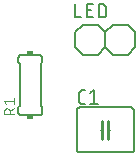
<source format=gbr>
G04 EAGLE Gerber RS-274X export*
G75*
%MOMM*%
%FSLAX34Y34*%
%LPD*%
%INSilkscreen Top*%
%IPPOS*%
%AMOC8*
5,1,8,0,0,1.08239X$1,22.5*%
G01*
%ADD10C,0.152400*%
%ADD11C,0.254000*%
%ADD12C,0.127000*%
%ADD13R,0.508000X0.381000*%
%ADD14C,0.101600*%


D10*
X80010Y57150D02*
X123190Y57150D01*
X123190Y19050D02*
X80010Y19050D01*
X125730Y21590D02*
X125730Y54610D01*
X77470Y54610D02*
X77470Y21590D01*
X123190Y57150D02*
X123290Y57148D01*
X123389Y57142D01*
X123489Y57132D01*
X123587Y57119D01*
X123686Y57101D01*
X123783Y57080D01*
X123879Y57055D01*
X123975Y57026D01*
X124069Y56993D01*
X124162Y56957D01*
X124253Y56917D01*
X124343Y56873D01*
X124431Y56826D01*
X124517Y56776D01*
X124601Y56722D01*
X124683Y56665D01*
X124762Y56605D01*
X124840Y56541D01*
X124914Y56475D01*
X124986Y56406D01*
X125055Y56334D01*
X125121Y56260D01*
X125185Y56182D01*
X125245Y56103D01*
X125302Y56021D01*
X125356Y55937D01*
X125406Y55851D01*
X125453Y55763D01*
X125497Y55673D01*
X125537Y55582D01*
X125573Y55489D01*
X125606Y55395D01*
X125635Y55299D01*
X125660Y55203D01*
X125681Y55106D01*
X125699Y55007D01*
X125712Y54909D01*
X125722Y54809D01*
X125728Y54710D01*
X125730Y54610D01*
X80010Y57150D02*
X79910Y57148D01*
X79811Y57142D01*
X79711Y57132D01*
X79613Y57119D01*
X79514Y57101D01*
X79417Y57080D01*
X79321Y57055D01*
X79225Y57026D01*
X79131Y56993D01*
X79038Y56957D01*
X78947Y56917D01*
X78857Y56873D01*
X78769Y56826D01*
X78683Y56776D01*
X78599Y56722D01*
X78517Y56665D01*
X78438Y56605D01*
X78360Y56541D01*
X78286Y56475D01*
X78214Y56406D01*
X78145Y56334D01*
X78079Y56260D01*
X78015Y56182D01*
X77955Y56103D01*
X77898Y56021D01*
X77844Y55937D01*
X77794Y55851D01*
X77747Y55763D01*
X77703Y55673D01*
X77663Y55582D01*
X77627Y55489D01*
X77594Y55395D01*
X77565Y55299D01*
X77540Y55203D01*
X77519Y55106D01*
X77501Y55007D01*
X77488Y54909D01*
X77478Y54809D01*
X77472Y54710D01*
X77470Y54610D01*
X123190Y19050D02*
X123290Y19052D01*
X123389Y19058D01*
X123489Y19068D01*
X123587Y19081D01*
X123686Y19099D01*
X123783Y19120D01*
X123879Y19145D01*
X123975Y19174D01*
X124069Y19207D01*
X124162Y19243D01*
X124253Y19283D01*
X124343Y19327D01*
X124431Y19374D01*
X124517Y19424D01*
X124601Y19478D01*
X124683Y19535D01*
X124762Y19595D01*
X124840Y19659D01*
X124914Y19725D01*
X124986Y19794D01*
X125055Y19866D01*
X125121Y19940D01*
X125185Y20018D01*
X125245Y20097D01*
X125302Y20179D01*
X125356Y20263D01*
X125406Y20349D01*
X125453Y20437D01*
X125497Y20527D01*
X125537Y20618D01*
X125573Y20711D01*
X125606Y20805D01*
X125635Y20901D01*
X125660Y20997D01*
X125681Y21094D01*
X125699Y21193D01*
X125712Y21291D01*
X125722Y21391D01*
X125728Y21490D01*
X125730Y21590D01*
X80010Y19050D02*
X79910Y19052D01*
X79811Y19058D01*
X79711Y19068D01*
X79613Y19081D01*
X79514Y19099D01*
X79417Y19120D01*
X79321Y19145D01*
X79225Y19174D01*
X79131Y19207D01*
X79038Y19243D01*
X78947Y19283D01*
X78857Y19327D01*
X78769Y19374D01*
X78683Y19424D01*
X78599Y19478D01*
X78517Y19535D01*
X78438Y19595D01*
X78360Y19659D01*
X78286Y19725D01*
X78214Y19794D01*
X78145Y19866D01*
X78079Y19940D01*
X78015Y20018D01*
X77955Y20097D01*
X77898Y20179D01*
X77844Y20263D01*
X77794Y20349D01*
X77747Y20437D01*
X77703Y20527D01*
X77663Y20618D01*
X77627Y20711D01*
X77594Y20805D01*
X77565Y20901D01*
X77540Y20997D01*
X77519Y21094D01*
X77501Y21193D01*
X77488Y21291D01*
X77478Y21391D01*
X77472Y21490D01*
X77470Y21590D01*
X104140Y38100D02*
X105410Y38100D01*
D11*
X104140Y38100D02*
X104140Y45720D01*
X104140Y38100D02*
X104140Y30480D01*
X99060Y38100D02*
X99060Y45720D01*
X99060Y38100D02*
X99060Y30480D01*
D10*
X99060Y38100D02*
X97790Y38100D01*
D12*
X84455Y60325D02*
X81915Y60325D01*
X81815Y60327D01*
X81716Y60333D01*
X81616Y60343D01*
X81518Y60356D01*
X81419Y60374D01*
X81322Y60395D01*
X81226Y60420D01*
X81130Y60449D01*
X81036Y60482D01*
X80943Y60518D01*
X80852Y60558D01*
X80762Y60602D01*
X80674Y60649D01*
X80588Y60699D01*
X80504Y60753D01*
X80422Y60810D01*
X80343Y60870D01*
X80265Y60934D01*
X80191Y61000D01*
X80119Y61069D01*
X80050Y61141D01*
X79984Y61215D01*
X79920Y61293D01*
X79860Y61372D01*
X79803Y61454D01*
X79749Y61538D01*
X79699Y61624D01*
X79652Y61712D01*
X79608Y61802D01*
X79568Y61893D01*
X79532Y61986D01*
X79499Y62080D01*
X79470Y62176D01*
X79445Y62272D01*
X79424Y62369D01*
X79406Y62468D01*
X79393Y62566D01*
X79383Y62666D01*
X79377Y62765D01*
X79375Y62865D01*
X79375Y69215D01*
X79377Y69315D01*
X79383Y69414D01*
X79393Y69514D01*
X79406Y69612D01*
X79424Y69711D01*
X79445Y69808D01*
X79470Y69904D01*
X79499Y70000D01*
X79532Y70094D01*
X79568Y70187D01*
X79608Y70278D01*
X79652Y70368D01*
X79699Y70456D01*
X79749Y70542D01*
X79803Y70626D01*
X79860Y70708D01*
X79920Y70787D01*
X79984Y70865D01*
X80050Y70939D01*
X80119Y71011D01*
X80191Y71080D01*
X80265Y71146D01*
X80343Y71210D01*
X80422Y71270D01*
X80504Y71327D01*
X80588Y71381D01*
X80674Y71431D01*
X80762Y71478D01*
X80852Y71522D01*
X80943Y71562D01*
X81036Y71598D01*
X81130Y71631D01*
X81226Y71660D01*
X81322Y71685D01*
X81419Y71706D01*
X81518Y71724D01*
X81616Y71737D01*
X81716Y71747D01*
X81815Y71753D01*
X81915Y71755D01*
X84455Y71755D01*
X88937Y69215D02*
X92112Y71755D01*
X92112Y60325D01*
X88937Y60325D02*
X95287Y60325D01*
D10*
X95250Y127000D02*
X82550Y127000D01*
X95250Y127000D02*
X101600Y120650D01*
X101600Y107950D01*
X95250Y101600D01*
X76200Y107950D02*
X76200Y120650D01*
X82550Y127000D01*
X76200Y107950D02*
X82550Y101600D01*
X95250Y101600D01*
X101600Y120650D02*
X107950Y127000D01*
X120650Y127000D01*
X127000Y120650D01*
X127000Y107950D01*
X120650Y101600D01*
X107950Y101600D01*
X101600Y107950D01*
D12*
X76073Y133223D02*
X76073Y144653D01*
X76073Y133223D02*
X81153Y133223D01*
X85979Y133223D02*
X91059Y133223D01*
X85979Y133223D02*
X85979Y144653D01*
X91059Y144653D01*
X89789Y139573D02*
X85979Y139573D01*
X95860Y144653D02*
X95860Y133223D01*
X95860Y144653D02*
X99035Y144653D01*
X99146Y144651D01*
X99256Y144645D01*
X99367Y144636D01*
X99477Y144622D01*
X99586Y144605D01*
X99695Y144584D01*
X99803Y144559D01*
X99910Y144530D01*
X100016Y144498D01*
X100121Y144462D01*
X100224Y144422D01*
X100326Y144379D01*
X100427Y144332D01*
X100526Y144281D01*
X100623Y144228D01*
X100717Y144171D01*
X100810Y144110D01*
X100901Y144047D01*
X100990Y143980D01*
X101076Y143910D01*
X101159Y143837D01*
X101241Y143762D01*
X101319Y143684D01*
X101394Y143602D01*
X101467Y143519D01*
X101537Y143433D01*
X101604Y143344D01*
X101667Y143253D01*
X101728Y143160D01*
X101785Y143066D01*
X101838Y142969D01*
X101889Y142870D01*
X101936Y142769D01*
X101979Y142667D01*
X102019Y142564D01*
X102055Y142459D01*
X102087Y142353D01*
X102116Y142246D01*
X102141Y142138D01*
X102162Y142029D01*
X102179Y141920D01*
X102193Y141810D01*
X102202Y141699D01*
X102208Y141589D01*
X102210Y141478D01*
X102210Y136398D01*
X102208Y136287D01*
X102202Y136177D01*
X102193Y136066D01*
X102179Y135956D01*
X102162Y135847D01*
X102141Y135738D01*
X102116Y135630D01*
X102087Y135523D01*
X102055Y135417D01*
X102019Y135312D01*
X101979Y135209D01*
X101936Y135107D01*
X101889Y135006D01*
X101838Y134907D01*
X101785Y134810D01*
X101728Y134716D01*
X101667Y134623D01*
X101604Y134532D01*
X101537Y134443D01*
X101467Y134357D01*
X101394Y134274D01*
X101319Y134192D01*
X101241Y134114D01*
X101159Y134039D01*
X101076Y133966D01*
X100990Y133896D01*
X100901Y133829D01*
X100810Y133766D01*
X100717Y133705D01*
X100622Y133648D01*
X100526Y133595D01*
X100427Y133544D01*
X100326Y133497D01*
X100224Y133454D01*
X100121Y133414D01*
X100016Y133378D01*
X99910Y133346D01*
X99803Y133317D01*
X99695Y133292D01*
X99586Y133271D01*
X99477Y133254D01*
X99367Y133240D01*
X99256Y133231D01*
X99146Y133225D01*
X99035Y133223D01*
X95860Y133223D01*
D10*
X27940Y53340D02*
X27942Y53240D01*
X27948Y53141D01*
X27958Y53041D01*
X27971Y52943D01*
X27989Y52844D01*
X28010Y52747D01*
X28035Y52651D01*
X28064Y52555D01*
X28097Y52461D01*
X28133Y52368D01*
X28173Y52277D01*
X28217Y52187D01*
X28264Y52099D01*
X28314Y52013D01*
X28368Y51929D01*
X28425Y51847D01*
X28485Y51768D01*
X28549Y51690D01*
X28615Y51616D01*
X28684Y51544D01*
X28756Y51475D01*
X28830Y51409D01*
X28908Y51345D01*
X28987Y51285D01*
X29069Y51228D01*
X29153Y51174D01*
X29239Y51124D01*
X29327Y51077D01*
X29417Y51033D01*
X29508Y50993D01*
X29601Y50957D01*
X29695Y50924D01*
X29791Y50895D01*
X29887Y50870D01*
X29984Y50849D01*
X30083Y50831D01*
X30181Y50818D01*
X30281Y50808D01*
X30380Y50802D01*
X30480Y50800D01*
X45720Y50800D02*
X45820Y50802D01*
X45919Y50808D01*
X46019Y50818D01*
X46117Y50831D01*
X46216Y50849D01*
X46313Y50870D01*
X46409Y50895D01*
X46505Y50924D01*
X46599Y50957D01*
X46692Y50993D01*
X46783Y51033D01*
X46873Y51077D01*
X46961Y51124D01*
X47047Y51174D01*
X47131Y51228D01*
X47213Y51285D01*
X47292Y51345D01*
X47370Y51409D01*
X47444Y51475D01*
X47516Y51544D01*
X47585Y51616D01*
X47651Y51690D01*
X47715Y51768D01*
X47775Y51847D01*
X47832Y51929D01*
X47886Y52013D01*
X47936Y52099D01*
X47983Y52187D01*
X48027Y52277D01*
X48067Y52368D01*
X48103Y52461D01*
X48136Y52555D01*
X48165Y52651D01*
X48190Y52747D01*
X48211Y52844D01*
X48229Y52943D01*
X48242Y53041D01*
X48252Y53141D01*
X48258Y53240D01*
X48260Y53340D01*
X48260Y99060D02*
X48258Y99160D01*
X48252Y99259D01*
X48242Y99359D01*
X48229Y99457D01*
X48211Y99556D01*
X48190Y99653D01*
X48165Y99749D01*
X48136Y99845D01*
X48103Y99939D01*
X48067Y100032D01*
X48027Y100123D01*
X47983Y100213D01*
X47936Y100301D01*
X47886Y100387D01*
X47832Y100471D01*
X47775Y100553D01*
X47715Y100632D01*
X47651Y100710D01*
X47585Y100784D01*
X47516Y100856D01*
X47444Y100925D01*
X47370Y100991D01*
X47292Y101055D01*
X47213Y101115D01*
X47131Y101172D01*
X47047Y101226D01*
X46961Y101276D01*
X46873Y101323D01*
X46783Y101367D01*
X46692Y101407D01*
X46599Y101443D01*
X46505Y101476D01*
X46409Y101505D01*
X46313Y101530D01*
X46216Y101551D01*
X46117Y101569D01*
X46019Y101582D01*
X45919Y101592D01*
X45820Y101598D01*
X45720Y101600D01*
X30480Y101600D02*
X30380Y101598D01*
X30281Y101592D01*
X30181Y101582D01*
X30083Y101569D01*
X29984Y101551D01*
X29887Y101530D01*
X29791Y101505D01*
X29695Y101476D01*
X29601Y101443D01*
X29508Y101407D01*
X29417Y101367D01*
X29327Y101323D01*
X29239Y101276D01*
X29153Y101226D01*
X29069Y101172D01*
X28987Y101115D01*
X28908Y101055D01*
X28830Y100991D01*
X28756Y100925D01*
X28684Y100856D01*
X28615Y100784D01*
X28549Y100710D01*
X28485Y100632D01*
X28425Y100553D01*
X28368Y100471D01*
X28314Y100387D01*
X28264Y100301D01*
X28217Y100213D01*
X28173Y100123D01*
X28133Y100032D01*
X28097Y99939D01*
X28064Y99845D01*
X28035Y99749D01*
X28010Y99653D01*
X27989Y99556D01*
X27971Y99457D01*
X27958Y99359D01*
X27948Y99259D01*
X27942Y99160D01*
X27940Y99060D01*
X30480Y50800D02*
X45720Y50800D01*
X27940Y53340D02*
X27940Y57150D01*
X29210Y58420D01*
X48260Y57150D02*
X48260Y53340D01*
X48260Y57150D02*
X46990Y58420D01*
X29210Y93980D02*
X27940Y95250D01*
X29210Y93980D02*
X29210Y58420D01*
X46990Y93980D02*
X48260Y95250D01*
X46990Y93980D02*
X46990Y58420D01*
X27940Y95250D02*
X27940Y99060D01*
X48260Y99060D02*
X48260Y95250D01*
X45720Y101600D02*
X30480Y101600D01*
D13*
X38100Y103505D03*
X38100Y48895D03*
D14*
X24638Y51308D02*
X15748Y51308D01*
X15748Y53777D01*
X15750Y53875D01*
X15756Y53973D01*
X15766Y54071D01*
X15779Y54168D01*
X15797Y54265D01*
X15818Y54361D01*
X15843Y54455D01*
X15872Y54549D01*
X15904Y54642D01*
X15941Y54733D01*
X15980Y54823D01*
X16024Y54911D01*
X16071Y54997D01*
X16121Y55082D01*
X16174Y55164D01*
X16231Y55244D01*
X16291Y55322D01*
X16354Y55397D01*
X16420Y55470D01*
X16489Y55540D01*
X16560Y55607D01*
X16634Y55672D01*
X16711Y55733D01*
X16790Y55792D01*
X16871Y55847D01*
X16954Y55899D01*
X17040Y55947D01*
X17127Y55992D01*
X17216Y56034D01*
X17306Y56072D01*
X17398Y56106D01*
X17491Y56137D01*
X17586Y56164D01*
X17681Y56187D01*
X17778Y56207D01*
X17874Y56222D01*
X17972Y56234D01*
X18070Y56242D01*
X18168Y56246D01*
X18266Y56246D01*
X18364Y56242D01*
X18462Y56234D01*
X18560Y56222D01*
X18656Y56207D01*
X18753Y56187D01*
X18848Y56164D01*
X18943Y56137D01*
X19036Y56106D01*
X19128Y56072D01*
X19218Y56034D01*
X19307Y55992D01*
X19394Y55947D01*
X19480Y55899D01*
X19563Y55847D01*
X19644Y55792D01*
X19723Y55733D01*
X19800Y55672D01*
X19874Y55607D01*
X19945Y55540D01*
X20014Y55470D01*
X20080Y55397D01*
X20143Y55322D01*
X20203Y55244D01*
X20260Y55164D01*
X20313Y55082D01*
X20363Y54997D01*
X20410Y54911D01*
X20454Y54823D01*
X20493Y54733D01*
X20530Y54642D01*
X20562Y54549D01*
X20591Y54455D01*
X20616Y54361D01*
X20637Y54265D01*
X20655Y54168D01*
X20668Y54071D01*
X20678Y53973D01*
X20684Y53875D01*
X20686Y53777D01*
X20687Y53777D02*
X20687Y51308D01*
X20687Y54271D02*
X24638Y56247D01*
X17724Y60158D02*
X15748Y62627D01*
X24638Y62627D01*
X24638Y60158D02*
X24638Y65097D01*
M02*

</source>
